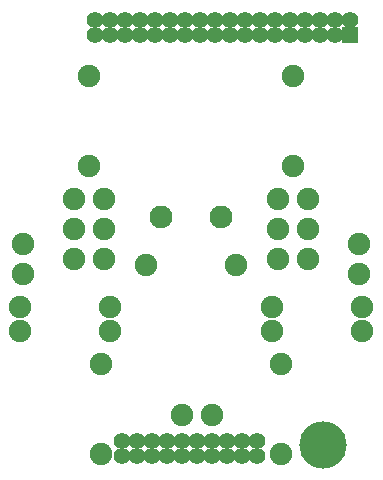
<source format=gbs>
G04 (created by PCBNEW-RS274X (2012-apr-16-27)-stable) date dim. 02 juin 2013 12:31:59 CST*
G01*
G70*
G90*
%MOIN*%
G04 Gerber Fmt 3.4, Leading zero omitted, Abs format*
%FSLAX34Y34*%
G04 APERTURE LIST*
%ADD10C,0.006000*%
%ADD11C,0.055400*%
%ADD12R,0.055400X0.055400*%
%ADD13C,0.157800*%
%ADD14C,0.075000*%
%ADD15C,0.076000*%
G04 APERTURE END LIST*
G54D10*
G54D11*
X53187Y-34198D03*
X52687Y-34198D03*
X52187Y-34198D03*
X51687Y-34198D03*
X51187Y-34198D03*
X50687Y-34198D03*
X50187Y-34198D03*
X49687Y-34198D03*
X49187Y-34198D03*
X48687Y-34198D03*
X48687Y-33698D03*
X49187Y-33698D03*
X49687Y-33698D03*
X50187Y-33698D03*
X50687Y-33698D03*
X51187Y-33698D03*
X51687Y-33698D03*
X52187Y-33698D03*
X52687Y-33698D03*
X53187Y-33698D03*
G54D12*
X56301Y-20143D03*
G54D11*
X56301Y-19643D03*
X55801Y-20143D03*
X55801Y-19643D03*
X55301Y-20143D03*
X55301Y-19643D03*
X54801Y-20143D03*
X54801Y-19643D03*
X54301Y-20143D03*
X54301Y-19643D03*
X53801Y-20143D03*
X53801Y-19643D03*
X53301Y-20143D03*
X53301Y-19643D03*
X52801Y-20143D03*
X52801Y-19643D03*
X52301Y-20143D03*
X52301Y-19643D03*
X51801Y-20143D03*
X51801Y-19643D03*
X51301Y-20143D03*
X51301Y-19643D03*
X50801Y-20143D03*
X50801Y-19643D03*
X50301Y-20143D03*
X50301Y-19643D03*
X49801Y-20143D03*
X49801Y-19643D03*
X49301Y-20143D03*
X49301Y-19643D03*
X48801Y-20143D03*
X48801Y-19643D03*
X48301Y-20143D03*
X48301Y-19643D03*
X47801Y-20143D03*
X47801Y-19643D03*
G54D13*
X55380Y-33813D03*
G54D14*
X49500Y-27800D03*
X52500Y-27800D03*
X54000Y-34100D03*
X54000Y-31100D03*
X48000Y-34100D03*
X48000Y-31100D03*
X53700Y-30000D03*
X56700Y-30000D03*
X45300Y-29200D03*
X48300Y-29200D03*
X53700Y-29200D03*
X56700Y-29200D03*
X45300Y-30000D03*
X48300Y-30000D03*
X54400Y-24500D03*
X54400Y-21500D03*
X47600Y-24500D03*
X47600Y-21500D03*
G54D15*
X50000Y-26200D03*
X52000Y-26200D03*
G54D14*
X51700Y-32800D03*
X50700Y-32800D03*
X54900Y-25600D03*
X53900Y-25600D03*
X47100Y-25600D03*
X48100Y-25600D03*
X56600Y-28100D03*
X56600Y-27100D03*
X45400Y-28100D03*
X45400Y-27100D03*
X53900Y-27600D03*
X54900Y-27600D03*
X53900Y-26600D03*
X54900Y-26600D03*
X48100Y-27600D03*
X47100Y-27600D03*
X48100Y-26600D03*
X47100Y-26600D03*
M02*

</source>
